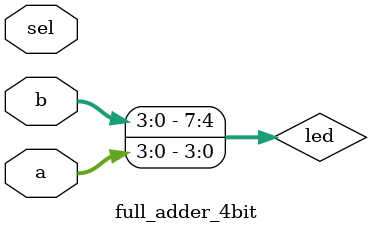
<source format=v>
 module full_adder_4bit (a,b,sel);
  
 input [3:0] a,b;
 input sel;
 wire [2:0] Wcout;
 wire [3:0] bin,sum; 
 wire [6:0] seg_out1,seg_out2;
 wire [7:0] led;
 wire cout; //시뮬레이션용 코드 -> 업로드시 수정

 
 full_adder ADD1 (.a(a[0]),.b(bin[0]),.cin(sel),.sum(sum[0]),.cout(Wcout[0]));
 full_adder ADD2 (.a(a[1]),.b(bin[1]),.cin(Wcout[0]),.sum(sum[1]),.cout(Wcout[1]));
 full_adder ADD3 (.a(a[2]),.b(bin[2]),.cin(Wcout[1]),.sum(sum[2]),.cout(Wcout[2]));
 full_adder ADD4 (.a(a[3]),.b(bin[3]),.cin(Wcout[2]),.sum(sum[3]),.cout(cout));
 
 assign bin[0] = b[0]^sel;
 assign bin[1] = b[1]^sel; 
 assign bin[2] = b[2]^sel;
 assign bin[3] = b[3]^sel;
 
 bin7seg SEG_SUM (.qout(sum), .seg_out(seg_out1));
 bin7seg SEG_Cout (.qout(cout), .seg_out(seg_out2));
 
 assign led[0] = a[0];
 assign led[1] = a[1];
 assign led[2] = a[2];
 assign led[3] = a[3];
 assign led[4] = b[0];
 assign led[5] = b[1];
 assign led[6] = b[2];
 assign led[7] = b[3];

 endmodule
</source>
